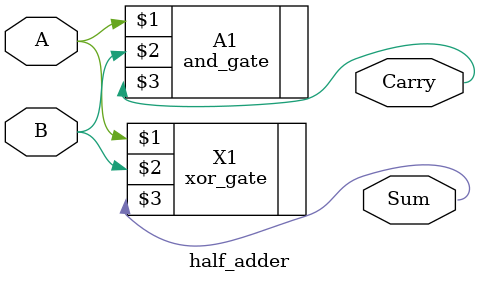
<source format=v>
module half_adder(
    input A, B,
    output Sum, Carry
);

    xor_gate X1 (A, B, Sum);
    and_gate A1 (A, B, Carry);

endmodule

</source>
